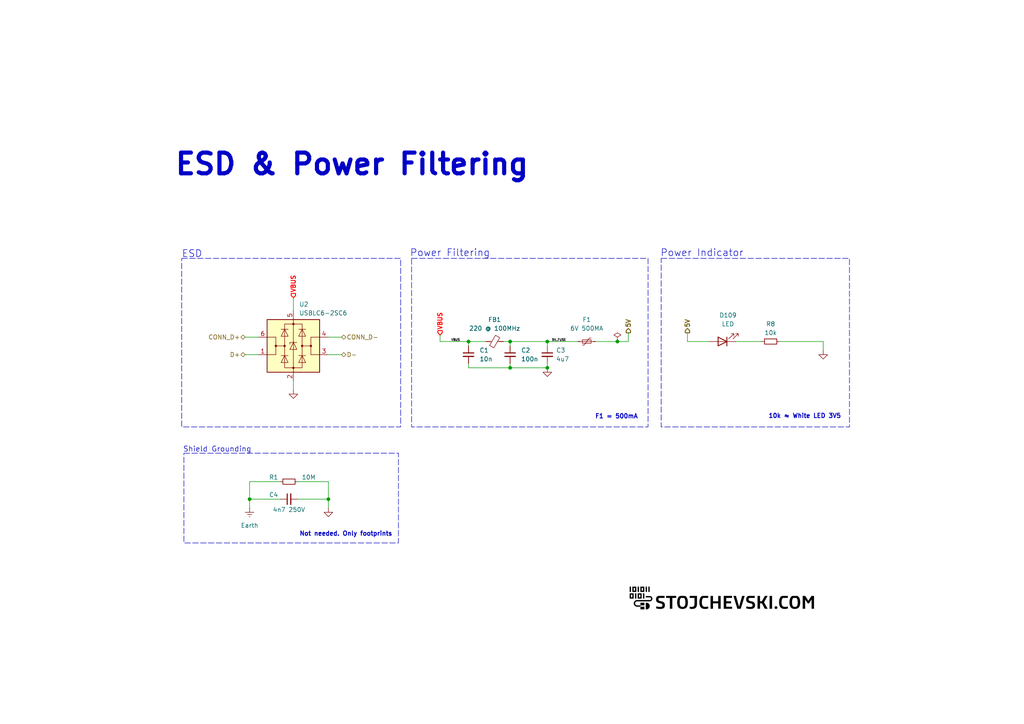
<source format=kicad_sch>
(kicad_sch (version 20231120) (generator "eeschema") (generator_version "8.0")
  (paper "A4")
  (title_block (title "phnx") (date "2024-03-14") (rev "A"))
  (lib_symbols
    (symbol "Device:C_Small" (pin_numbers hide) (pin_names (offset 0.254) hide)
      (property "Reference" "C" (at 0.254 1.778 0))
      (property "Value" "C_Small" (at 0.254 -2.032 0))
      (symbol "C_Small_0_1"
        (polyline (pts (xy -1.524 -0.508) (xy 1.524 -0.508)) (stroke (width 0.3302)))
        (polyline (pts (xy -1.524 0.508) (xy 1.524 0.508)) (stroke (width 0.3048)))
      )
      (symbol "C_Small_1_1"
        (pin passive line (at 0 2.54 270) (length 2.032) (name "~") (number "1"))
        (pin passive line (at 0 -2.54 90) (length 2.032) (name "~") (number "2"))
      )
    )
    (symbol "Device:FerriteBead_Small" (pin_numbers hide) (pin_names (offset 0))
      (property "Reference" "FB" (at 1.905 1.27 0))
      (property "Value" "FerriteBead_Small" (at 1.905 -1.27 0))
      (symbol "FerriteBead_Small_0_1"
        (polyline (pts (xy 0 -1.27) (xy 0 -0.7874)))
        (polyline (pts (xy 0 0.889) (xy 0 1.2954)))
        (polyline (pts (xy -1.8288 0.2794) (xy -1.1176 1.4986) (xy 1.8288 -0.2032) (xy 1.1176 -1.4224) (xy -1.8288 0.2794)))
      )
      (symbol "FerriteBead_Small_1_1"
        (pin passive line (at 0 2.54 270) (length 1.27) (name "~") (number "1"))
        (pin passive line (at 0 -2.54 90) (length 1.27) (name "~") (number "2"))
      )
    )
    (symbol "Device:LED" (pin_numbers hide) (pin_names (offset 1.016) hide)
      (property "Reference" "D" (at 0 2.54 0))
      (property "Value" "LED" (at 0 -2.54 0))
      (symbol "LED_0_1"
        (polyline (pts (xy -1.27 -1.27) (xy -1.27 1.27)) (stroke (width 0.254)))
        (polyline (pts (xy -1.27 0) (xy 1.27 0)))
        (polyline (pts (xy 1.27 -1.27) (xy 1.27 1.27) (xy -1.27 0) (xy 1.27 -1.27)) (stroke (width 0.254)))
        (polyline (pts (xy -3.048 -0.762) (xy -4.572 -2.286) (xy -3.81 -2.286) (xy -4.572 -2.286) (xy -4.572 -1.524)))
        (polyline (pts (xy -1.778 -0.762) (xy -3.302 -2.286) (xy -2.54 -2.286) (xy -3.302 -2.286) (xy -3.302 -1.524)))
      )
      (symbol "LED_1_1"
        (pin passive line (at -3.81 0 0) (length 2.54) (name "K") (number "1"))
        (pin passive line (at 3.81 0 180) (length 2.54) (name "A") (number "2"))
      )
    )
    (symbol "Device:Polyfuse_Small" (pin_numbers hide) (pin_names (offset 0))
      (property "Reference" "F" (at -1.905 0 90))
      (property "Value" "Polyfuse_Small" (at 1.905 0 90))
      (symbol "Polyfuse_Small_0_1"
        (rectangle (start -0.508 1.27) (end 0.508 -1.27))
        (polyline (pts (xy 0 2.54) (xy 0 -2.54)))
        (polyline (pts (xy -1.016 1.27) (xy -1.016 0.762) (xy 1.016 -0.762) (xy 1.016 -1.27)))
      )
      (symbol "Polyfuse_Small_1_1"
        (pin passive line (at 0 2.54 270) (length 0.635) (name "~") (number "1"))
        (pin passive line (at 0 -2.54 90) (length 0.635) (name "~") (number "2"))
      )
    )
    (symbol "Device:R_Small" (pin_numbers hide) (pin_names (offset 0.254) hide)
      (property "Reference" "R" (at 0.762 0.508 0))
      (property "Value" "R_Small" (at 0.762 -1.016 0))
      (symbol "R_Small_0_1"
        (rectangle (start -0.762 1.778) (end 0.762 -1.778) (stroke (width 0.2032)))
      )
      (symbol "R_Small_1_1"
        (pin passive line (at 0 2.54 270) (length 0.762) (name "~") (number "1"))
        (pin passive line (at 0 -2.54 90) (length 0.762) (name "~") (number "2"))
      )
    )
    (symbol "Power_Protection:USBLC6-2SC6" (pin_names hide)
      (property "Reference" "U" (at 2.54 8.89 0))
      (property "Value" "USBLC6-2SC6" (at 2.54 -8.89 0))
      (symbol "USBLC6-2SC6_0_1"
        (rectangle (start -7.62 -7.62) (end 7.62 7.62) (stroke (width 0.254)) (fill (type background)))
        (circle (center -5.08 0) (radius 0.254) (fill (type outline)))
        (circle (center -2.54 0) (radius 0.254) (fill (type outline)))
        (rectangle (start -2.54 6.35) (end 2.54 -6.35))
        (circle (center 0 -6.35) (radius 0.254) (fill (type outline)))
        (polyline (pts (xy -5.08 -2.54) (xy -7.62 -2.54)))
        (polyline (pts (xy -5.08 0) (xy -5.08 -2.54)))
        (polyline (pts (xy -5.08 2.54) (xy -7.62 2.54)))
        (polyline (pts (xy -1.524 -2.794) (xy -3.556 -2.794)))
        (polyline (pts (xy -1.524 4.826) (xy -3.556 4.826)))
        (polyline (pts (xy 0 -7.62) (xy 0 -6.35)))
        (polyline (pts (xy 0 -6.35) (xy 0 1.27)))
        (polyline (pts (xy 0 1.27) (xy 0 6.35)))
        (polyline (pts (xy 0 6.35) (xy 0 7.62)))
        (polyline (pts (xy 1.524 -2.794) (xy 3.556 -2.794)))
        (polyline (pts (xy 1.524 4.826) (xy 3.556 4.826)))
        (polyline (pts (xy 5.08 -2.54) (xy 7.62 -2.54)))
        (polyline (pts (xy 5.08 0) (xy 5.08 -2.54)))
        (polyline (pts (xy 5.08 2.54) (xy 7.62 2.54)))
        (polyline (pts (xy -2.54 0) (xy -5.08 0) (xy -5.08 2.54)))
        (polyline (pts (xy 2.54 0) (xy 5.08 0) (xy 5.08 2.54)))
        (polyline (pts (xy -3.556 -4.826) (xy -1.524 -4.826) (xy -2.54 -2.794) (xy -3.556 -4.826)))
        (polyline (pts (xy -3.556 2.794) (xy -1.524 2.794) (xy -2.54 4.826) (xy -3.556 2.794)))
        (polyline (pts (xy -1.016 -1.016) (xy 1.016 -1.016) (xy 0 1.016) (xy -1.016 -1.016)))
        (polyline (pts (xy 1.016 1.016) (xy 0.762 1.016) (xy -1.016 1.016) (xy -1.016 0.508)))
        (polyline (pts (xy 3.556 -4.826) (xy 1.524 -4.826) (xy 2.54 -2.794) (xy 3.556 -4.826)))
        (polyline (pts (xy 3.556 2.794) (xy 1.524 2.794) (xy 2.54 4.826) (xy 3.556 2.794)))
        (circle (center 0 6.35) (radius 0.254) (fill (type outline)))
        (circle (center 2.54 0) (radius 0.254) (fill (type outline)))
        (circle (center 5.08 0) (radius 0.254) (fill (type outline)))
      )
      (symbol "USBLC6-2SC6_1_1"
        (pin passive line (at -10.16 -2.54 0) (length 2.54) (name "I/O1") (number "1"))
        (pin passive line (at 0 -10.16 90) (length 2.54) (name "GND") (number "2"))
        (pin passive line (at 10.16 -2.54 180) (length 2.54) (name "I/O2") (number "3"))
        (pin passive line (at 10.16 2.54 180) (length 2.54) (name "I/O2") (number "4"))
        (pin passive line (at 0 10.16 270) (length 2.54) (name "VBUS") (number "5"))
        (pin passive line (at -10.16 2.54 0) (length 2.54) (name "I/O1") (number "6"))
      )
    )
    (symbol "power:Earth" (power) (pin_numbers hide) (pin_names (offset 0) hide)
      (property "Value" "Earth" (at 0 -3.81 0))
      (symbol "Earth_0_1"
        (polyline (pts (xy -0.635 -1.905) (xy 0.635 -1.905)))
        (polyline (pts (xy -0.127 -2.54) (xy 0.127 -2.54)))
        (polyline (pts (xy 0 -1.27) (xy 0 0)))
        (polyline (pts (xy 1.27 -1.27) (xy -1.27 -1.27)))
      )
      (symbol "Earth_1_1"
        (pin power_in line (at 0 0 270) (length 0) (name "~") (number "1"))
      )
    )
    (symbol "power:GND" (power) (pin_names (offset 0))
      (property "Value" "GND" (at 0 -3.81 0))
      (symbol "GND_0_1"
        (polyline (pts (xy 0 0) (xy 0 -1.27) (xy 1.27 -1.27) (xy 0 -2.54) (xy -1.27 -1.27) (xy 0 -1.27)))
      )
      (symbol "GND_1_1"
        (pin power_in line (at 0 0 270) (length 0) hide (name "GND") (number "1"))
      )
    )
    (symbol "power:PWR_FLAG" (power) (pin_numbers hide) (pin_names (offset 0) hide)
      (property "Value" "PWR_FLAG" (at 0 3.81 0))
      (symbol "PWR_FLAG_0_0"
        (pin power_out line (at 0 0 90) (length 0) (name "~") (number "1"))
      )
      (symbol "PWR_FLAG_0_1"
        (polyline (pts (xy 0 0) (xy 0 1.27) (xy -1.016 1.905) (xy 0 2.54) (xy 1.016 1.905) (xy 0 1.27)))
      )
    )
  )
  (junction (at 158.75 106.68))
  (junction (at 179.07 99.06))
  (junction (at 147.955 106.68))
  (junction (at 135.89 99.06))
  (junction (at 158.75 99.06))
  (junction (at 147.955 99.06))
  (junction (at 95.25 144.78))
  (junction (at 72.39 144.78))
  (wire (pts (xy 95.25 139.7) (xy 95.25 144.78)))
  (wire (pts (xy 127.635 99.06) (xy 135.89 99.06)))
  (wire (pts (xy 72.39 144.78) (xy 72.39 147.32)))
  (wire (pts (xy 172.72 99.06) (xy 179.07 99.06)))
  (wire (pts (xy 213.36 99.06) (xy 220.98 99.06)))
  (wire (pts (xy 226.06 99.06) (xy 238.76 99.06)))
  (wire (pts (xy 238.76 99.06) (xy 238.76 101.6)))
  (wire (pts (xy 179.07 99.06) (xy 182.245 99.06)))
  (wire (pts (xy 95.25 144.78) (xy 95.25 147.32)))
  (wire (pts (xy 95.25 97.79) (xy 99.06 97.79)))
  (wire (pts (xy 147.955 100.33) (xy 147.955 99.06)))
  (wire (pts (xy 72.39 139.7) (xy 72.39 144.78)))
  (wire (pts (xy 158.75 105.41) (xy 158.75 106.68)))
  (wire (pts (xy 95.25 102.87) (xy 99.06 102.87)))
  (wire (pts (xy 135.89 105.41) (xy 135.89 106.68)))
  (wire (pts (xy 158.75 99.06) (xy 167.64 99.06)))
  (wire (pts (xy 182.245 96.52) (xy 182.245 99.06)))
  (wire (pts (xy 71.12 97.79) (xy 74.93 97.79)))
  (wire (pts (xy 85.09 110.49) (xy 85.09 113.03)))
  (wire (pts (xy 86.36 144.78) (xy 95.25 144.78)))
  (wire (pts (xy 127.635 97.155) (xy 127.635 99.06)))
  (wire (pts (xy 72.39 139.7) (xy 81.28 139.7)))
  (wire (pts (xy 158.75 99.06) (xy 158.75 100.33)))
  (wire (pts (xy 135.89 106.68) (xy 147.955 106.68)))
  (wire (pts (xy 135.89 99.06) (xy 140.97 99.06)))
  (wire (pts (xy 158.75 106.68) (xy 147.955 106.68)))
  (wire (pts (xy 199.39 99.06) (xy 205.74 99.06)))
  (wire (pts (xy 72.39 144.78) (xy 81.28 144.78)))
  (wire (pts (xy 199.39 96.52) (xy 199.39 99.06)))
  (wire (pts (xy 147.955 105.41) (xy 147.955 106.68)))
  (wire (pts (xy 85.09 86.36) (xy 85.09 90.17)))
  (wire (pts (xy 146.05 99.06) (xy 147.955 99.06)))
  (wire (pts (xy 147.955 99.06) (xy 158.75 99.06)))
  (wire (pts (xy 71.12 102.87) (xy 74.93 102.87)))
  (wire (pts (xy 135.89 100.33) (xy 135.89 99.06)))
  (wire (pts (xy 86.36 139.7) (xy 95.25 139.7)))
  (rectangle (start 119.38 74.93) (end 187.96 123.825) (stroke (width 0) (type dash)))
  (rectangle (start 52.705 74.93) (end 116.205 123.825) (stroke (width 0) (type dash)))
  (rectangle (start 191.77 74.93) (end 246.38 123.825) (stroke (width 0) (type dash)))
  (rectangle (start 53.34 131.445) (end 115.57 157.48) (stroke (width 0) (type dash)))
  (image (at 209.55 173.99) (scale 0.132712))
  (text "ESD" (at 52.705 74.93 0) (effects (font (size 2.032 2.032)) (justify left bottom)))
  (text "F1 = 500mA" (at 178.816 120.904 0) (effects (font (size 1.27 1.27) (bold yes))))
  (text "Not needed. Only footprints" (at 100.33 154.94 0) (effects (font (size 1.27 1.27) (bold yes))))
  (text "ESD & Power Filtering" (at 50.292 51.308 0) (effects (font (size 6 6) (thickness 1.2) (bold yes)) (justify left bottom)))
  (text "Power Indicator" (at 191.516 74.676 0) (effects (font (size 2.032 2.032)) (justify left bottom)))
  (text "Power Filtering" (at 118.872 74.676 0) (effects (font (size 2.032 2.032)) (justify left bottom)))
  (text "10k ≈ White LED 3V5" (at 233.416 120.8009 0) (effects (font (size 1.27 1.27) (bold yes))))
  (text "Shield Grounding" (at 53.086 131.318 0) (effects (font (size 1.524 1.524)) (justify left bottom)))
  (label "VBUS" (at 130.81 99.06 0) (effects (font (size 0.635 0.635))))
  (label "5V_FUSE" (at 160.02 99.06 0) (effects (font (size 0.635 0.635))))
  (hierarchical_label "5V" (shape output) (at 199.39 96.52 90) (effects (font (bold yes))))
  (hierarchical_label "D+" (shape bidirectional) (at 71.12 102.87 180))
  (hierarchical_label "CONN_D-" (shape bidirectional) (at 99.06 97.79 0))
  (hierarchical_label "VBUS" (shape input) (at 85.09 86.36 90) (effects (font (thickness 0.254) (bold yes))))
  (hierarchical_label "CONN_D+" (shape bidirectional) (at 71.12 97.79 180))
  (hierarchical_label "D-" (shape bidirectional) (at 99.06 102.87 0))
  (hierarchical_label "VBUS" (shape input) (at 127.635 97.155 90) (effects (font (thickness 0.254) (bold yes))))
  (hierarchical_label "5V" (shape output) (at 182.245 96.52 90) (effects (font (bold yes))))
  (symbol (lib_id "Device:Polyfuse_Small") (at 170.18 99.06 90) (unit 1)
    (property "Reference" "F1" (at 170.18 92.71 90))
    (property "Value" "6V 500MA" (at 170.18 95.25 90))
    (property "Footprint" "Fuse:Fuse_0805_2012Metric" (effects (hide yes)))
  )
  (symbol (lib_id "Device:C_Small") (at 158.75 102.87 0) (unit 1)
    (property "Reference" "C3" (at 161.29 101.6063 0) (effects (justify left)))
    (property "Value" "4u7" (at 161.29 104.1463 0) (effects (justify left)))
    (property "Footprint" "Capacitor_SMD:C_0805_2012Metric" (effects (hide yes)))
  )
  (symbol (lib_id "Device:C_Small") (at 147.955 102.87 0) (unit 1)
    (property "Reference" "C2" (at 151.13 101.6063 0) (effects (justify left)))
    (property "Value" "100n" (at 151.13 104.1463 0) (effects (justify left)))
    (property "Footprint" "Capacitor_SMD:C_0603_1608Metric" (effects (hide yes)))
  )
  (symbol (lib_id "power:GND") (at 85.09 113.03 0) (unit 1)
    (property "Reference" "#PWR07" (effects (hide yes)))
    (property "Value" "GND" (effects (hide yes)))
  )
  (symbol (lib_id "Power_Protection:USBLC6-2SC6") (at 85.09 100.33 0) (unit 1)
    (property "Reference" "U2" (at 86.7411 88.265 0) (effects (justify left)))
    (property "Value" "USBLC6-2SC6" (at 86.7411 90.805 0) (effects (justify left)))
    (property "Footprint" "Package_TO_SOT_SMD:SOT-23-6" (effects (hide yes)))
    (property "Datasheet" "https://www.st.com/resource/en/datasheet/usblc6-2.pdf" (effects (hide yes)))
  )
  (symbol (lib_id "Device:C_Small") (at 83.82 144.78 90) (unit 1)
    (property "Reference" "C4" (at 79.375 143.51 90))
    (property "Value" "4n7 250V" (at 83.82 147.828 90))
    (property "Footprint" "Capacitor_SMD:C_0603_1608Metric" (effects (hide yes)))
  )
  (symbol (lib_id "power:GND") (at 158.75 106.68 0) (unit 1)
    (property "Reference" "#PWR06" (effects (hide yes)))
    (property "Value" "GND" (effects (hide yes)))
  )
  (symbol (lib_id "Device:C_Small") (at 135.89 102.87 0) (unit 1)
    (property "Reference" "C1" (at 139.065 101.6063 0) (effects (justify left)))
    (property "Value" "10n" (at 139.065 104.1463 0) (effects (justify left)))
    (property "Footprint" "Capacitor_SMD:C_0603_1608Metric" (effects (hide yes)))
  )
  (symbol (lib_id "Device:R_Small") (at 223.52 99.06 90) (unit 1)
    (property "Reference" "R8" (at 223.52 93.98 90))
    (property "Value" "10k" (at 223.52 96.52 90))
    (property "Footprint" "Resistor_SMD:R_0603_1608Metric" (effects (hide yes)))
    (property "Description" "Resistor, small symbol" (effects (hide yes)))
  )
  (symbol (lib_id "power:GND") (at 95.25 147.32 0) (unit 1)
    (property "Reference" "#PWR08" (effects (hide yes)))
    (property "Value" "GND" (effects (hide yes)))
  )
  (symbol (lib_id "power:PWR_FLAG") (at 179.07 99.06 0) (unit 1)
    (property "Reference" "#FLG03" (effects (hide yes)))
    (property "Value" "PWR_FLAG" (effects (hide yes)))
    (property "Description" "Special symbol for telling ERC where power comes from" (effects (hide yes)))
  )
  (symbol (lib_id "Device:R_Small") (at 83.82 139.7 90) (unit 1)
    (property "Reference" "R1" (at 79.375 138.43 90))
    (property "Value" "10M" (at 89.535 138.43 90))
    (property "Footprint" "Resistor_SMD:R_0603_1608Metric" (effects (hide yes)))
  )
  (symbol (lib_id "Device:LED") (at 209.55 99.06 180) (unit 1)
    (property "Reference" "D109" (at 211.1375 91.44 0))
    (property "Value" "LED" (at 211.1375 93.98 0))
    (property "Footprint" "LED_SMD:LED_0805_2012Metric" (effects (hide yes)))
    (property "Description" "Light emitting diode" (effects (hide yes)))
  )
  (symbol (lib_id "Device:FerriteBead_Small") (at 143.51 99.06 90) (unit 1)
    (property "Reference" "FB1" (at 143.4719 92.71 90))
    (property "Value" "220 @ 100MHz" (at 143.4719 95.25 90))
    (property "Footprint" "Inductor_SMD:L_0805_2012Metric" (effects (hide yes)))
    (property "Description" "Ferrite bead, small symbol" (effects (hide yes)))
  )
  (symbol (lib_id "power:Earth") (at 72.39 147.32 0) (unit 1)
    (property "Reference" "#PWR04" (effects (hide yes)))
    (property "Value" "Earth" (at 72.39 152.4 0))
    (property "Description" "Power symbol creates a global label with name \"Earth\"" (effects (hide yes)))
  )
  (symbol (lib_id "power:GND") (at 238.76 101.6 0) (unit 1)
    (property "Reference" "#PWR02" (effects (hide yes)))
    (property "Value" "GND" (effects (hide yes)))
  )
)
</source>
